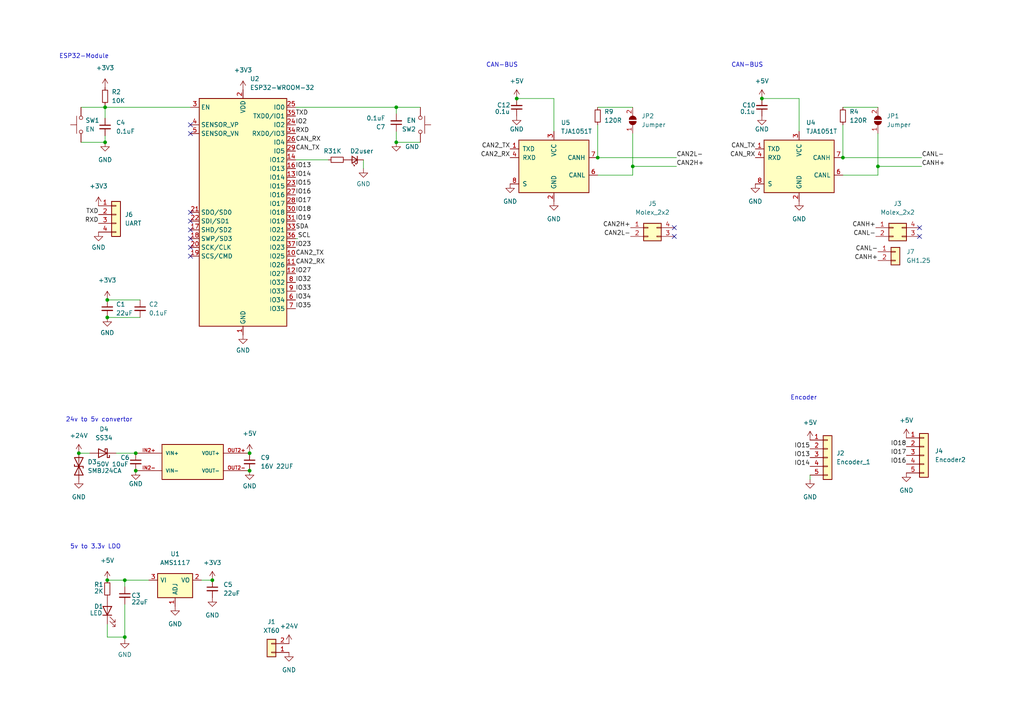
<source format=kicad_sch>
(kicad_sch (version 20211123) (generator eeschema)
  (paper "A4")
  (lib_symbols
    (symbol "Connector_Generic:Conn_01x02" (pin_names (offset 1.016) hide)
      (property "Reference" "J" (at 0 2.54 0))
      (property "Value" "Conn_01x02" (at 0 -5.08 0))
      (symbol "Conn_01x02_1_1"
        (rectangle (start -1.27 -2.413) (end 0 -2.667) (stroke (width 0.1524)))
        (rectangle (start -1.27 0.127) (end 0 -0.127) (stroke (width 0.1524)))
        (rectangle (start -1.27 1.27) (end 1.27 -3.81) (stroke (width 0.254)) (fill (type background)))
        (pin passive line (at -5.08 0 0) (length 3.81) (name "Pin_1") (number "1"))
        (pin passive line (at -5.08 -2.54 0) (length 3.81) (name "Pin_2") (number "2"))
      )
    )
    (symbol "Connector_Generic:Conn_01x04" (pin_names (offset 1.016) hide)
      (property "Reference" "J" (at 0 5.08 0))
      (property "Value" "Conn_01x04" (at 0 -7.62 0))
      (symbol "Conn_01x04_1_1"
        (rectangle (start -1.27 -4.953) (end 0 -5.207) (stroke (width 0.1524)))
        (rectangle (start -1.27 -2.413) (end 0 -2.667) (stroke (width 0.1524)))
        (rectangle (start -1.27 0.127) (end 0 -0.127) (stroke (width 0.1524)))
        (rectangle (start -1.27 2.667) (end 0 2.413) (stroke (width 0.1524)))
        (rectangle (start -1.27 3.81) (end 1.27 -6.35) (stroke (width 0.254)) (fill (type background)))
        (pin passive line (at -5.08 2.54 0) (length 3.81) (name "Pin_1") (number "1"))
        (pin passive line (at -5.08 0 0) (length 3.81) (name "Pin_2") (number "2"))
        (pin passive line (at -5.08 -2.54 0) (length 3.81) (name "Pin_3") (number "3"))
        (pin passive line (at -5.08 -5.08 0) (length 3.81) (name "Pin_4") (number "4"))
      )
    )
    (symbol "Connector_Generic:Conn_01x05" (pin_names (offset 1.016) hide)
      (property "Reference" "J" (at 0 7.62 0))
      (property "Value" "Conn_01x05" (at 0 -7.62 0))
      (symbol "Conn_01x05_1_1"
        (rectangle (start -1.27 -4.953) (end 0 -5.207) (stroke (width 0.1524)))
        (rectangle (start -1.27 -2.413) (end 0 -2.667) (stroke (width 0.1524)))
        (rectangle (start -1.27 0.127) (end 0 -0.127) (stroke (width 0.1524)))
        (rectangle (start -1.27 2.667) (end 0 2.413) (stroke (width 0.1524)))
        (rectangle (start -1.27 5.207) (end 0 4.953) (stroke (width 0.1524)))
        (rectangle (start -1.27 6.35) (end 1.27 -6.35) (stroke (width 0.254)) (fill (type background)))
        (pin passive line (at -5.08 5.08 0) (length 3.81) (name "Pin_1") (number "1"))
        (pin passive line (at -5.08 2.54 0) (length 3.81) (name "Pin_2") (number "2"))
        (pin passive line (at -5.08 0 0) (length 3.81) (name "Pin_3") (number "3"))
        (pin passive line (at -5.08 -2.54 0) (length 3.81) (name "Pin_4") (number "4"))
        (pin passive line (at -5.08 -5.08 0) (length 3.81) (name "Pin_5") (number "5"))
      )
    )
    (symbol "Connector_Generic:Conn_02x02_Counter_Clockwise" (pin_names (offset 1.016) hide)
      (property "Reference" "J" (at 1.27 2.54 0))
      (property "Value" "Conn_02x02_Counter_Clockwise" (at 1.27 -5.08 0))
      (symbol "Conn_02x02_Counter_Clockwise_1_1"
        (rectangle (start -1.27 -2.413) (end 0 -2.667) (stroke (width 0.1524)))
        (rectangle (start -1.27 0.127) (end 0 -0.127) (stroke (width 0.1524)))
        (rectangle (start -1.27 1.27) (end 3.81 -3.81) (stroke (width 0.254)) (fill (type background)))
        (rectangle (start 3.81 -2.413) (end 2.54 -2.667) (stroke (width 0.1524)))
        (rectangle (start 3.81 0.127) (end 2.54 -0.127) (stroke (width 0.1524)))
        (pin passive line (at -5.08 0 0) (length 3.81) (name "Pin_1") (number "1"))
        (pin passive line (at -5.08 -2.54 0) (length 3.81) (name "Pin_2") (number "2"))
        (pin passive line (at 7.62 -2.54 180) (length 3.81) (name "Pin_3") (number "3"))
        (pin passive line (at 7.62 0 180) (length 3.81) (name "Pin_4") (number "4"))
      )
    )
    (symbol "Device:C_Small" (pin_numbers hide) (pin_names (offset 0.254) hide)
      (property "Reference" "C" (at 0.254 1.778 0))
      (property "Value" "C_Small" (at 0.254 -2.032 0))
      (symbol "C_Small_0_1"
        (polyline (pts (xy -1.524 -0.508) (xy 1.524 -0.508)) (stroke (width 0.3302)))
        (polyline (pts (xy -1.524 0.508) (xy 1.524 0.508)) (stroke (width 0.3048)))
      )
      (symbol "C_Small_1_1"
        (pin passive line (at 0 2.54 270) (length 2.032) (name "~") (number "1"))
        (pin passive line (at 0 -2.54 90) (length 2.032) (name "~") (number "2"))
      )
    )
    (symbol "Device:D_Schottky" (pin_numbers hide) (pin_names (offset 1.016) hide)
      (property "Reference" "D" (at 0 2.54 0))
      (property "Value" "D_Schottky" (at 0 -2.54 0))
      (symbol "D_Schottky_0_1"
        (polyline (pts (xy 1.27 0) (xy -1.27 0)))
        (polyline (pts (xy 1.27 1.27) (xy 1.27 -1.27) (xy -1.27 0) (xy 1.27 1.27)) (stroke (width 0.254)))
        (polyline (pts (xy -1.905 0.635) (xy -1.905 1.27) (xy -1.27 1.27) (xy -1.27 -1.27) (xy -0.635 -1.27) (xy -0.635 -0.635)) (stroke (width 0.254)))
      )
      (symbol "D_Schottky_1_1"
        (pin passive line (at -3.81 0 0) (length 2.54) (name "K") (number "1"))
        (pin passive line (at 3.81 0 180) (length 2.54) (name "A") (number "2"))
      )
    )
    (symbol "Device:D_TVS" (pin_numbers hide) (pin_names (offset 1.016) hide)
      (property "Reference" "D" (at 0 2.54 0))
      (property "Value" "D_TVS" (at 0 -2.54 0))
      (symbol "D_TVS_0_1"
        (polyline (pts (xy 1.27 0) (xy -1.27 0)))
        (polyline (pts (xy 0.508 1.27) (xy 0 1.27) (xy 0 -1.27) (xy -0.508 -1.27)) (stroke (width 0.254)))
        (polyline (pts (xy -2.54 1.27) (xy -2.54 -1.27) (xy 2.54 1.27) (xy 2.54 -1.27) (xy -2.54 1.27)) (stroke (width 0.254)))
      )
      (symbol "D_TVS_1_1"
        (pin passive line (at -3.81 0 0) (length 2.54) (name "A1") (number "1"))
        (pin passive line (at 3.81 0 180) (length 2.54) (name "A2") (number "2"))
      )
    )
    (symbol "Device:LED" (pin_numbers hide) (pin_names (offset 1.016) hide)
      (property "Reference" "D" (at 0 2.54 0))
      (property "Value" "LED" (at 0 -2.54 0))
      (symbol "LED_0_1"
        (polyline (pts (xy -1.27 -1.27) (xy -1.27 1.27)) (stroke (width 0.254)))
        (polyline (pts (xy -1.27 0) (xy 1.27 0)))
        (polyline (pts (xy 1.27 -1.27) (xy 1.27 1.27) (xy -1.27 0) (xy 1.27 -1.27)) (stroke (width 0.254)))
        (polyline (pts (xy -3.048 -0.762) (xy -4.572 -2.286) (xy -3.81 -2.286) (xy -4.572 -2.286) (xy -4.572 -1.524)))
        (polyline (pts (xy -1.778 -0.762) (xy -3.302 -2.286) (xy -2.54 -2.286) (xy -3.302 -2.286) (xy -3.302 -1.524)))
      )
      (symbol "LED_1_1"
        (pin passive line (at -3.81 0 0) (length 2.54) (name "K") (number "1"))
        (pin passive line (at 3.81 0 180) (length 2.54) (name "A") (number "2"))
      )
    )
    (symbol "Device:LED_Small" (pin_numbers hide) (pin_names (offset 0.254) hide)
      (property "Reference" "D" (at -1.27 3.175 0))
      (property "Value" "LED_Small" (at -4.445 -2.54 0))
      (symbol "LED_Small_0_1"
        (polyline (pts (xy -0.762 -1.016) (xy -0.762 1.016)) (stroke (width 0.254)))
        (polyline (pts (xy 1.016 0) (xy -0.762 0)))
        (polyline (pts (xy 0.762 -1.016) (xy -0.762 0) (xy 0.762 1.016) (xy 0.762 -1.016)) (stroke (width 0.254)))
        (polyline (pts (xy 0 0.762) (xy -0.508 1.27) (xy -0.254 1.27) (xy -0.508 1.27) (xy -0.508 1.016)))
        (polyline (pts (xy 0.508 1.27) (xy 0 1.778) (xy 0.254 1.778) (xy 0 1.778) (xy 0 1.524)))
      )
      (symbol "LED_Small_1_1"
        (pin passive line (at -2.54 0 0) (length 1.778) (name "K") (number "1"))
        (pin passive line (at 2.54 0 180) (length 1.778) (name "A") (number "2"))
      )
    )
    (symbol "Device:R_Small" (pin_numbers hide) (pin_names (offset 0.254) hide)
      (property "Reference" "R" (at 0.762 0.508 0))
      (property "Value" "R_Small" (at 0.762 -1.016 0))
      (symbol "R_Small_0_1"
        (rectangle (start -0.762 1.778) (end 0.762 -1.778) (stroke (width 0.2032)))
      )
      (symbol "R_Small_1_1"
        (pin passive line (at 0 2.54 270) (length 0.762) (name "~") (number "1"))
        (pin passive line (at 0 -2.54 90) (length 0.762) (name "~") (number "2"))
      )
    )
    (symbol "Interface_CAN_LIN:TJA1051T" (pin_names (offset 1.016))
      (property "Reference" "U" (at -10.16 8.89 0))
      (property "Value" "TJA1051T" (at 1.27 8.89 0))
      (symbol "TJA1051T_0_1"
        (rectangle (start -10.16 7.62) (end 10.16 -7.62) (stroke (width 0.254)) (fill (type background)))
      )
      (symbol "TJA1051T_1_1"
        (pin input line (at -12.7 5.08 0) (length 2.54) (name "TXD") (number "1"))
        (pin power_in line (at 0 -10.16 90) (length 2.54) (name "GND") (number "2"))
        (pin power_in line (at 0 10.16 270) (length 2.54) (name "VCC") (number "3"))
        (pin output line (at -12.7 2.54 0) (length 2.54) (name "RXD") (number "4"))
        (pin no_connect line (at -12.7 -2.54 0) (length 2.54) hide (name "n.c.") (number "5"))
        (pin bidirectional line (at 12.7 -2.54 180) (length 2.54) (name "CANL") (number "6"))
        (pin bidirectional line (at 12.7 2.54 180) (length 2.54) (name "CANH") (number "7"))
        (pin input line (at -12.7 -5.08 0) (length 2.54) (name "S") (number "8"))
      )
    )
    (symbol "Jumper:SolderJumper_2_Open" (pin_names (offset 0) hide)
      (property "Reference" "JP" (at 0 2.032 0))
      (property "Value" "SolderJumper_2_Open" (at 0 -2.54 0))
      (symbol "SolderJumper_2_Open_0_1"
        (arc (start -0.254 1.016) (mid -1.27 0) (end -0.254 -1.016))
        (arc (start -0.254 1.016) (mid -1.27 0) (end -0.254 -1.016) (fill (type outline)))
        (polyline (pts (xy -0.254 1.016) (xy -0.254 -1.016)))
        (polyline (pts (xy 0.254 1.016) (xy 0.254 -1.016)))
        (arc (start 0.254 -1.016) (mid 1.27 0) (end 0.254 1.016))
        (arc (start 0.254 -1.016) (mid 1.27 0) (end 0.254 1.016) (fill (type outline)))
      )
      (symbol "SolderJumper_2_Open_1_1"
        (pin passive line (at -3.81 0 0) (length 2.54) (name "A") (number "1"))
        (pin passive line (at 3.81 0 180) (length 2.54) (name "B") (number "2"))
      )
    )
    (symbol "PolyuRobotics:MP1584" (pin_names (offset 1.016))
      (symbol "MP1584_0_0"
        (rectangle (start -7.62 -5.08) (end 10.16 5.08) (stroke (width 0.254)) (fill (type background)))
        (pin input line (at -15.24 2.54 0) (length 7.62) (name "VIN+") (number "IN2+"))
        (pin input line (at -15.24 -2.54 0) (length 7.62) (name "VIN-") (number "IN2-"))
        (pin output line (at 17.78 2.54 180) (length 7.62) (name "VOUT+") (number "OUT2+"))
        (pin output line (at 17.78 -2.54 180) (length 7.62) (name "VOUT-") (number "OUT2-"))
      )
    )
    (symbol "RF_Module:ESP32-WROOM-32"
      (property "Reference" "U" (at -12.7 34.29 0))
      (property "Value" "ESP32-WROOM-32" (at 1.27 34.29 0))
      (symbol "ESP32-WROOM-32_0_1"
        (rectangle (start -12.7 33.02) (end 12.7 -33.02) (stroke (width 0.254)) (fill (type background)))
      )
      (symbol "ESP32-WROOM-32_1_1"
        (pin power_in line (at 0 -35.56 90) (length 2.54) (name "GND") (number "1"))
        (pin bidirectional line (at 15.24 -12.7 180) (length 2.54) (name "IO25") (number "10"))
        (pin bidirectional line (at 15.24 -15.24 180) (length 2.54) (name "IO26") (number "11"))
        (pin bidirectional line (at 15.24 -17.78 180) (length 2.54) (name "IO27") (number "12"))
        (pin bidirectional line (at 15.24 10.16 180) (length 2.54) (name "IO14") (number "13"))
        (pin bidirectional line (at 15.24 15.24 180) (length 2.54) (name "IO12") (number "14"))
        (pin passive line (at 0 -35.56 90) (length 2.54) hide (name "GND") (number "15"))
        (pin bidirectional line (at 15.24 12.7 180) (length 2.54) (name "IO13") (number "16"))
        (pin bidirectional line (at -15.24 -5.08 0) (length 2.54) (name "SHD/SD2") (number "17"))
        (pin bidirectional line (at -15.24 -7.62 0) (length 2.54) (name "SWP/SD3") (number "18"))
        (pin bidirectional line (at -15.24 -12.7 0) (length 2.54) (name "SCS/CMD") (number "19"))
        (pin power_in line (at 0 35.56 270) (length 2.54) (name "VDD") (number "2"))
        (pin bidirectional line (at -15.24 -10.16 0) (length 2.54) (name "SCK/CLK") (number "20"))
        (pin bidirectional line (at -15.24 0 0) (length 2.54) (name "SDO/SD0") (number "21"))
        (pin bidirectional line (at -15.24 -2.54 0) (length 2.54) (name "SDI/SD1") (number "22"))
        (pin bidirectional line (at 15.24 7.62 180) (length 2.54) (name "IO15") (number "23"))
        (pin bidirectional line (at 15.24 25.4 180) (length 2.54) (name "IO2") (number "24"))
        (pin bidirectional line (at 15.24 30.48 180) (length 2.54) (name "IO0") (number "25"))
        (pin bidirectional line (at 15.24 20.32 180) (length 2.54) (name "IO4") (number "26"))
        (pin bidirectional line (at 15.24 5.08 180) (length 2.54) (name "IO16") (number "27"))
        (pin bidirectional line (at 15.24 2.54 180) (length 2.54) (name "IO17") (number "28"))
        (pin bidirectional line (at 15.24 17.78 180) (length 2.54) (name "IO5") (number "29"))
        (pin input line (at -15.24 30.48 0) (length 2.54) (name "EN") (number "3"))
        (pin bidirectional line (at 15.24 0 180) (length 2.54) (name "IO18") (number "30"))
        (pin bidirectional line (at 15.24 -2.54 180) (length 2.54) (name "IO19") (number "31"))
        (pin no_connect line (at -12.7 -27.94 0) (length 2.54) hide (name "NC") (number "32"))
        (pin bidirectional line (at 15.24 -5.08 180) (length 2.54) (name "IO21") (number "33"))
        (pin bidirectional line (at 15.24 22.86 180) (length 2.54) (name "RXD0/IO3") (number "34"))
        (pin bidirectional line (at 15.24 27.94 180) (length 2.54) (name "TXD0/IO1") (number "35"))
        (pin bidirectional line (at 15.24 -7.62 180) (length 2.54) (name "IO22") (number "36"))
        (pin bidirectional line (at 15.24 -10.16 180) (length 2.54) (name "IO23") (number "37"))
        (pin passive line (at 0 -35.56 90) (length 2.54) hide (name "GND") (number "38"))
        (pin passive line (at 0 -35.56 90) (length 2.54) hide (name "GND") (number "39"))
        (pin input line (at -15.24 25.4 0) (length 2.54) (name "SENSOR_VP") (number "4"))
        (pin input line (at -15.24 22.86 0) (length 2.54) (name "SENSOR_VN") (number "5"))
        (pin input line (at 15.24 -25.4 180) (length 2.54) (name "IO34") (number "6"))
        (pin input line (at 15.24 -27.94 180) (length 2.54) (name "IO35") (number "7"))
        (pin bidirectional line (at 15.24 -20.32 180) (length 2.54) (name "IO32") (number "8"))
        (pin bidirectional line (at 15.24 -22.86 180) (length 2.54) (name "IO33") (number "9"))
      )
    )
    (symbol "Regulator_Linear:AMS1117" (pin_names (offset 0.762))
      (property "Reference" "U" (at -3.81 3.175 0))
      (property "Value" "AMS1117" (at 0 3.175 0))
      (symbol "AMS1117_0_1"
        (rectangle (start -5.08 -5.08) (end 5.08 1.905) (stroke (width 0.254)) (fill (type background)))
      )
      (symbol "AMS1117_1_1"
        (pin input line (at 0 -7.62 90) (length 2.54) (name "ADJ") (number "1"))
        (pin power_out line (at 7.62 0 180) (length 2.54) (name "VO") (number "2"))
        (pin power_in line (at -7.62 0 0) (length 2.54) (name "VI") (number "3"))
      )
    )
    (symbol "Switch:SW_Push" (pin_numbers hide) (pin_names (offset 1.016) hide)
      (property "Reference" "SW" (at 1.27 2.54 0))
      (property "Value" "SW_Push" (at 0 -1.524 0))
      (symbol "SW_Push_0_1"
        (circle (center -2.032 0) (radius 0.508))
        (polyline (pts (xy 0 1.27) (xy 0 3.048)))
        (polyline (pts (xy 2.54 1.27) (xy -2.54 1.27)))
        (circle (center 2.032 0) (radius 0.508))
        (pin passive line (at -5.08 0 0) (length 2.54) (name "1") (number "1"))
        (pin passive line (at 5.08 0 180) (length 2.54) (name "2") (number "2"))
      )
    )
    (symbol "power:+24V" (power) (pin_names (offset 0))
      (property "Value" "+24V" (at 0 3.556 0))
      (symbol "+24V_0_1"
        (polyline (pts (xy -0.762 1.27) (xy 0 2.54)))
        (polyline (pts (xy 0 0) (xy 0 2.54)))
        (polyline (pts (xy 0 2.54) (xy 0.762 1.27)))
      )
      (symbol "+24V_1_1"
        (pin power_in line (at 0 0 90) (length 0) hide (name "+24V") (number "1"))
      )
    )
    (symbol "power:+3.3V" (power) (pin_names (offset 0))
      (property "Value" "+3.3V" (at 0 3.556 0))
      (symbol "+3.3V_0_1"
        (polyline (pts (xy -0.762 1.27) (xy 0 2.54)))
        (polyline (pts (xy 0 0) (xy 0 2.54)))
        (polyline (pts (xy 0 2.54) (xy 0.762 1.27)))
      )
      (symbol "+3.3V_1_1"
        (pin power_in line (at 0 0 90) (length 0) hide (name "+3V3") (number "1"))
      )
    )
    (symbol "power:+5V" (power) (pin_names (offset 0))
      (property "Value" "+5V" (at 0 3.556 0))
      (symbol "+5V_0_1"
        (polyline (pts (xy -0.762 1.27) (xy 0 2.54)))
        (polyline (pts (xy 0 0) (xy 0 2.54)))
        (polyline (pts (xy 0 2.54) (xy 0.762 1.27)))
      )
      (symbol "+5V_1_1"
        (pin power_in line (at 0 0 90) (length 0) hide (name "+5V") (number "1"))
      )
    )
    (symbol "power:GND" (power) (pin_names (offset 0))
      (property "Value" "GND" (at 0 -3.81 0))
      (symbol "GND_0_1"
        (polyline (pts (xy 0 0) (xy 0 -1.27) (xy 1.27 -1.27) (xy 0 -2.54) (xy -1.27 -1.27) (xy 0 -1.27)))
      )
      (symbol "GND_1_1"
        (pin power_in line (at 0 0 270) (length 0) hide (name "GND") (number "1"))
      )
    )
  )
  (junction (at 183.515 48.26))
  (junction (at 22.86 131.445))
  (junction (at 31.115 168.275))
  (junction (at 114.935 41.275))
  (junction (at 36.195 168.275))
  (junction (at 244.475 45.72))
  (junction (at 114.935 31.115))
  (junction (at 254.635 48.26))
  (junction (at 39.37 136.525))
  (junction (at 31.115 92.075))
  (junction (at 31.115 86.995))
  (junction (at 173.355 45.72))
  (junction (at 61.595 168.275))
  (junction (at 220.98 28.575))
  (junction (at 72.39 131.445))
  (junction (at 39.37 131.445))
  (junction (at 72.39 136.525))
  (junction (at 36.195 184.785))
  (junction (at 30.48 41.275))
  (junction (at 30.48 31.115))
  (junction (at 149.86 28.575))
  (no_connect (at 55.245 38.735))
  (no_connect (at 55.245 36.195))
  (no_connect (at 195.58 66.04))
  (no_connect (at 195.58 68.58))
  (no_connect (at 266.7 66.04))
  (no_connect (at 266.7 68.58))
  (no_connect (at 55.245 64.135))
  (no_connect (at 55.245 66.675))
  (no_connect (at 55.245 61.595))
  (no_connect (at 55.245 69.215))
  (no_connect (at 55.245 74.295))
  (no_connect (at 55.245 71.755))
  (wire (pts (xy 30.48 39.37) (xy 30.48 41.275)))
  (wire (pts (xy 196.215 45.72) (xy 173.355 45.72)))
  (wire (pts (xy 267.335 45.72) (xy 244.475 45.72)))
  (wire (pts (xy 121.92 31.115) (xy 114.935 31.115)))
  (wire (pts (xy 23.495 41.275) (xy 30.48 41.275)))
  (wire (pts (xy 173.355 50.8) (xy 183.515 50.8)))
  (wire (pts (xy 196.215 48.26) (xy 183.515 48.26)))
  (wire (pts (xy 86.36 69.215) (xy 85.725 69.215)))
  (wire (pts (xy 85.725 31.115) (xy 114.935 31.115)))
  (wire (pts (xy 55.245 31.115) (xy 30.48 31.115)))
  (wire (pts (xy 121.92 41.275) (xy 114.935 41.275)))
  (wire (pts (xy 183.515 31.115) (xy 173.355 31.115)))
  (wire (pts (xy 31.115 184.785) (xy 31.115 180.975)))
  (wire (pts (xy 31.115 92.075) (xy 40.64 92.075)))
  (wire (pts (xy 183.515 50.8) (xy 183.515 48.26)))
  (wire (pts (xy 105.41 48.895) (xy 105.41 46.355)))
  (wire (pts (xy 254.635 50.8) (xy 254.635 48.26)))
  (wire (pts (xy 234.95 137.795) (xy 234.95 139.065)))
  (wire (pts (xy 244.475 36.195) (xy 244.475 45.72)))
  (wire (pts (xy 254.635 38.735) (xy 254.635 48.26)))
  (wire (pts (xy 160.655 28.575) (xy 160.655 38.1)))
  (wire (pts (xy 61.595 168.275) (xy 58.42 168.275)))
  (wire (pts (xy 114.935 33.02) (xy 114.935 31.115)))
  (wire (pts (xy 36.195 170.18) (xy 36.195 168.275)))
  (wire (pts (xy 22.86 131.445) (xy 26.035 131.445)))
  (wire (pts (xy 267.335 48.26) (xy 254.635 48.26)))
  (wire (pts (xy 31.115 168.275) (xy 36.195 168.275)))
  (wire (pts (xy 33.655 131.445) (xy 39.37 131.445)))
  (wire (pts (xy 30.48 34.29) (xy 30.48 31.115)))
  (wire (pts (xy 30.48 30.48) (xy 30.48 31.115)))
  (wire (pts (xy 23.495 31.115) (xy 30.48 31.115)))
  (wire (pts (xy 36.195 168.275) (xy 43.18 168.275)))
  (wire (pts (xy 160.655 28.575) (xy 149.86 28.575)))
  (wire (pts (xy 36.195 184.785) (xy 31.115 184.785)))
  (wire (pts (xy 31.115 86.995) (xy 40.64 86.995)))
  (wire (pts (xy 231.775 28.575) (xy 220.98 28.575)))
  (wire (pts (xy 36.195 175.26) (xy 36.195 184.785)))
  (wire (pts (xy 95.25 46.355) (xy 85.725 46.355)))
  (wire (pts (xy 183.515 38.735) (xy 183.515 48.26)))
  (wire (pts (xy 36.195 185.42) (xy 36.195 184.785)))
  (wire (pts (xy 231.775 28.575) (xy 231.775 38.1)))
  (wire (pts (xy 114.935 38.1) (xy 114.935 41.275)))
  (wire (pts (xy 173.355 36.195) (xy 173.355 45.72)))
  (wire (pts (xy 244.475 50.8) (xy 254.635 50.8)))
  (wire (pts (xy 254.635 31.115) (xy 244.475 31.115)))
  (text "5v to 3.3v LDO\n" (at 20.32 159.385 0) (effects (font (size 1.27 1.27)) (justify left bottom)))
  (text "ESP32-Module" (at 17.145 17.145 0) (effects (font (size 1.27 1.27)) (justify left bottom)))
  (text "CAN-BUS\n" (at 212.09 19.685 0) (effects (font (size 1.27 1.27)) (justify left bottom)))
  (text "Encoder\n" (at 229.235 116.205 0) (effects (font (size 1.27 1.27)) (justify left bottom)))
  (text "CAN-BUS\n" (at 140.97 19.685 0) (effects (font (size 1.27 1.27)) (justify left bottom)))
  (text "24v to 5v convertor " (at 19.05 122.555 0) (effects (font (size 1.27 1.27)) (justify left bottom)))
  (label "CAN2_RX" (at 85.725 76.835 0))
  (label "IO14" (at 234.95 135.255 180))
  (label "IO19" (at 85.725 64.135 0))
  (label "RXD" (at 85.725 38.735 0))
  (label "CANH+" (at 254 66.04 180))
  (label "CANL-" (at 254 68.58 180))
  (label "SDA" (at 85.725 66.675 0))
  (label "SCL" (at 86.36 69.215 0))
  (label "IO32" (at 85.725 81.915 0))
  (label "CAN2_RX" (at 147.955 45.72 180))
  (label "IO14" (at 85.725 51.435 0))
  (label "RXD" (at 28.575 64.77 180))
  (label "CAN2_TX" (at 85.725 74.295 0))
  (label "CAN2_TX" (at 147.955 43.18 180))
  (label "TXD" (at 28.575 62.23 180))
  (label "IO33" (at 85.725 84.455 0))
  (label "CAN2H+" (at 182.88 66.04 180))
  (label "IO35" (at 85.725 89.535 0))
  (label "CAN_RX" (at 85.725 41.275 0))
  (label "CAN_RX" (at 219.075 45.72 180))
  (label "CAN_TX" (at 219.075 43.18 180))
  (label "IO17" (at 262.89 132.08 180))
  (label "CAN2L-" (at 182.88 68.58 180))
  (label "IO16" (at 85.725 56.515 0))
  (label "CANH+" (at 254.635 75.565 180))
  (label "IO2" (at 85.725 36.195 0))
  (label "CANL-" (at 254.635 73.025 180))
  (label "IO13" (at 234.95 132.715 180))
  (label "IO18" (at 262.89 129.54 180))
  (label "IO15" (at 234.95 130.175 180))
  (label "CANL-" (at 267.335 45.72 0))
  (label "CAN_TX" (at 85.725 43.815 0))
  (label "TXD" (at 85.725 33.655 0))
  (label "IO13" (at 85.725 48.895 0))
  (label "IO34" (at 85.725 86.995 0))
  (label "CAN2L-" (at 196.215 45.72 0))
  (label "IO27" (at 85.725 79.375 0))
  (label "IO23" (at 85.725 71.755 0))
  (label "CAN2H+" (at 196.215 48.26 0))
  (label "IO17" (at 85.725 59.055 0))
  (label "CANH+" (at 267.335 48.26 0))
  (label "IO18" (at 85.725 61.595 0))
  (label "IO15" (at 85.725 53.975 0))
  (label "IO16" (at 262.89 134.62 180))
  (symbol (lib_id "Connector_Generic:Conn_01x02") (at 259.715 73.025 0) (unit 1)
    (property "Reference" "J7" (at 262.89 73.0249 0) (effects (justify left)))
    (property "Value" "GH1.25" (at 262.89 75.5649 0) (effects (justify left)))
    (property "Footprint" "Connector_JST:JST_GH_BM02B-GHS-TBT_1x02-1MP_P1.25mm_Vertical" (effects hide))
  )
  (symbol (lib_id "power:+5V") (at 31.115 168.275 0) (unit 1)
    (property "Reference" "#PWR0118" (effects hide))
    (property "Value" "+5V" (at 31.115 162.56 0))
  )
  (symbol (lib_id "Device:R_Small") (at 244.475 33.655 0) (unit 1)
    (property "Reference" "R4" (at 246.38 32.3849 0) (effects (justify left)))
    (property "Value" "120R" (at 246.38 34.9249 0) (effects (justify left)))
    (property "Footprint" "Resistor_SMD:R_0805_2012Metric_Pad1.20x1.40mm_HandSolder" (effects hide))
  )
  (symbol (lib_id "Interface_CAN_LIN:TJA1051T") (at 160.655 48.26 0) (unit 1)
    (property "Reference" "U5" (at 162.6744 35.56 0) (effects (justify left)))
    (property "Value" "TJA1051T" (at 162.6744 38.1 0) (effects (justify left)))
    (property "Footprint" "Package_SO:SOIC-8_3.9x4.9mm_P1.27mm" (effects hide))
    (property "Datasheet" "http://www.nxp.com/documents/data_sheet/TJA1051.pdf" (effects hide))
  )
  (symbol (lib_id "Jumper:SolderJumper_2_Open") (at 183.515 34.925 90) (unit 1)
    (property "Reference" "JP2" (at 186.055 33.6549 90) (effects (justify right)))
    (property "Value" "Jumper" (at 186.055 36.1949 90) (effects (justify right)))
    (property "Footprint" "Jumper:SolderJumper-2_P1.3mm_Open_Pad1.0x1.5mm" (effects hide))
  )
  (symbol (lib_id "Device:C_Small") (at 36.195 172.72 0) (unit 1)
    (property "Reference" "C3" (at 38.1 172.72 0) (effects (justify left)))
    (property "Value" "22uF" (at 38.1 174.625 0) (effects (justify left)))
    (property "Footprint" "Capacitor_SMD:C_0805_2012Metric" (effects hide))
  )
  (symbol (lib_id "power:GND") (at 219.075 53.34 0) (unit 1)
    (property "Reference" "#PWR0135" (effects hide))
    (property "Value" "GND" (at 219.075 58.42 0))
  )
  (symbol (lib_id "power:GND") (at 61.595 173.355 0) (unit 1)
    (property "Reference" "#PWR0107" (effects hide))
    (property "Value" "GND" (at 61.595 178.435 0))
  )
  (symbol (lib_id "power:GND") (at 114.935 41.275 0) (unit 1)
    (property "Reference" "#PWR0125" (effects hide))
    (property "Value" "GND" (at 117.475 42.5449 0) (effects (justify left)))
  )
  (symbol (lib_id "Device:C_Small") (at 114.935 35.56 180) (unit 1)
    (property "Reference" "C7" (at 111.76 36.8238 0) (effects (justify left)))
    (property "Value" "0.1uF" (at 111.76 34.2838 0) (effects (justify left)))
    (property "Footprint" "Capacitor_SMD:C_0805_2012Metric" (effects hide))
  )
  (symbol (lib_id "Connector_Generic:Conn_01x05") (at 267.97 132.08 0) (unit 1)
    (property "Reference" "J4" (at 271.145 130.8099 0) (effects (justify left)))
    (property "Value" "Encoder2" (at 271.145 133.3499 0) (effects (justify left)))
    (property "Footprint" "Connector_PinHeader_2.54mm:PinHeader_1x05_P2.54mm_Vertical" (effects hide))
  )
  (symbol (lib_id "Switch:SW_Push") (at 121.92 36.195 270) (unit 1)
    (property "Reference" "SW2" (at 120.65 37.4651 90) (effects (justify right)))
    (property "Value" "EN" (at 120.65 34.9251 90) (effects (justify right)))
    (property "Footprint" "Button_Switch_SMD:SW_SPST_TL3342" (effects hide))
  )
  (symbol (lib_id "power:GND") (at 70.485 97.155 0) (unit 1)
    (property "Reference" "#PWR0115" (effects hide))
    (property "Value" "GND" (at 70.485 101.6 0))
  )
  (symbol (lib_id "Device:C_Small") (at 30.48 36.83 0) (unit 1)
    (property "Reference" "C4" (at 33.655 35.5662 0) (effects (justify left)))
    (property "Value" "0.1uF" (at 33.655 38.1062 0) (effects (justify left)))
    (property "Footprint" "Capacitor_SMD:C_0805_2012Metric" (effects hide))
  )
  (symbol (lib_id "power:+3.3V") (at 31.115 86.995 0) (unit 1)
    (property "Reference" "#PWR0117" (effects hide))
    (property "Value" "+3.3V" (at 31.115 81.28 0))
  )
  (symbol (lib_id "power:GND") (at 83.82 189.23 0) (unit 1)
    (property "Reference" "#PWR0132" (effects hide))
    (property "Value" "GND" (at 83.82 194.31 0))
  )
  (symbol (lib_id "Device:R_Small") (at 97.79 46.355 90) (unit 1)
    (property "Reference" "R3" (at 96.5199 43.815 90) (effects (justify left)))
    (property "Value" "1K" (at 99.0599 43.815 90) (effects (justify left)))
    (property "Footprint" "Resistor_SMD:R_0805_2012Metric_Pad1.20x1.40mm_HandSolder" (effects hide))
  )
  (symbol (lib_id "Connector_Generic:Conn_01x05") (at 240.03 132.715 0) (unit 1)
    (property "Reference" "J2" (at 242.57 131.4449 0) (effects (justify left)))
    (property "Value" "Encoder_1" (at 242.57 133.9849 0) (effects (justify left)))
    (property "Footprint" "Connector_PinHeader_2.54mm:PinHeader_1x05_P2.54mm_Vertical" (effects hide))
  )
  (symbol (lib_id "Device:LED_Small") (at 102.87 46.355 180) (unit 1)
    (property "Reference" "D2" (at 101.5364 43.815 0) (effects (justify right)))
    (property "Value" "user" (at 104.0764 43.815 0) (effects (justify right)))
    (property "Footprint" "LED_SMD:LED_0805_2012Metric" (effects hide))
  )
  (symbol (lib_id "power:+5V") (at 234.95 127.635 0) (unit 1)
    (property "Reference" "#PWR0122" (effects hide))
    (property "Value" "+5V" (at 234.95 122.555 0))
  )
  (symbol (lib_id "power:GND") (at 160.655 58.42 0) (unit 1)
    (property "Reference" "#PWR0133" (effects hide))
    (property "Value" "GND" (at 160.655 63.5 0))
  )
  (symbol (lib_id "Connector_Generic:Conn_01x02") (at 78.74 189.23 180) (unit 1)
    (property "Reference" "J1" (at 78.74 180.34 0))
    (property "Value" "XT60" (at 78.74 182.88 0))
    (property "Footprint" "Connector_AMASS:AMASS_XT30U-M_1x02_P5.0mm_Vertical" (effects hide))
  )
  (symbol (lib_id "PolyuRobotics:MP1584") (at 54.61 133.985 0) (unit 1)
    (property "Reference" "U3" (effects hide))
    (property "Value" "MP1584" (effects hide))
    (property "Footprint" "PolyuRobotics:DC-DC-mp1584_module" (effects hide))
  )
  (symbol (lib_id "power:GND") (at 262.89 137.16 0) (unit 1)
    (property "Reference" "#PWR0127" (effects hide))
    (property "Value" "GND" (at 262.89 142.24 0))
  )
  (symbol (lib_id "Interface_CAN_LIN:TJA1051T") (at 231.775 48.26 0) (unit 1)
    (property "Reference" "U4" (at 233.7944 35.56 0) (effects (justify left)))
    (property "Value" "TJA1051T" (at 233.7944 38.1 0) (effects (justify left)))
    (property "Footprint" "Package_SO:SOIC-8_3.9x4.9mm_P1.27mm" (effects hide))
    (property "Datasheet" "http://www.nxp.com/documents/data_sheet/TJA1051.pdf" (effects hide))
  )
  (symbol (lib_id "power:GND") (at 72.39 136.525 0) (unit 1)
    (property "Reference" "#PWR0129" (effects hide))
    (property "Value" "GND" (at 72.39 140.97 0))
  )
  (symbol (lib_id "RF_Module:ESP32-WROOM-32") (at 70.485 61.595 0) (unit 1)
    (property "Reference" "U2" (at 72.5044 22.86 0) (effects (justify left)))
    (property "Value" "ESP32-WROOM-32" (at 72.5044 25.4 0) (effects (justify left)))
    (property "Footprint" "RF_Module:ESP32-WROOM-32" (effects hide))
    (property "Datasheet" "https://www.espressif.com/sites/default/files/documentation/esp32-wroom-32_datasheet_en.pdf" (effects hide))
  )
  (symbol (lib_id "power:+5V") (at 72.39 131.445 0) (unit 1)
    (property "Reference" "#PWR0128" (effects hide))
    (property "Value" "+5V" (at 72.39 125.73 0))
  )
  (symbol (lib_id "Device:C_Small") (at 39.37 133.985 0) (unit 1)
    (property "Reference" "C6" (at 34.925 132.715 0) (effects (justify left)))
    (property "Value" "50V 10uF" (at 27.94 134.62 0) (effects (justify left)))
    (property "Footprint" "Capacitor_SMD:CP_Elec_6.3x7.7" (effects hide))
  )
  (symbol (lib_id "power:GND") (at 220.98 33.655 0) (unit 1)
    (property "Reference" "#PWR0137" (effects hide))
    (property "Value" "GND" (at 220.98 37.465 0))
  )
  (symbol (lib_id "power:+24V") (at 83.82 186.69 0) (unit 1)
    (property "Reference" "#PWR0130" (effects hide))
    (property "Value" "+24V" (at 83.82 181.61 0))
  )
  (symbol (lib_id "power:GND") (at 36.195 185.42 0) (unit 1)
    (property "Reference" "#PWR0113" (effects hide))
    (property "Value" "GND" (at 36.195 189.865 0))
  )
  (symbol (lib_id "power:GND") (at 50.8 175.895 0) (unit 1)
    (property "Reference" "#PWR0105" (effects hide))
    (property "Value" "GND" (at 50.8 180.975 0))
  )
  (symbol (lib_id "Connector_Generic:Conn_02x02_Counter_Clockwise") (at 259.08 66.04 0) (unit 1)
    (property "Reference" "J3" (at 260.35 59.055 0))
    (property "Value" "Molex_2x2" (at 260.35 61.595 0))
    (property "Footprint" "Connector_Molex:Molex_Micro-Fit_3.0_43045-0412_2x02_P3.00mm_Vertical" (effects hide))
  )
  (symbol (lib_id "power:GND") (at 39.37 136.525 0) (unit 1)
    (property "Reference" "#PWR0101" (effects hide))
    (property "Value" "GND" (at 39.37 140.335 0))
  )
  (symbol (lib_id "Switch:SW_Push") (at 23.495 36.195 90) (unit 1)
    (property "Reference" "SW1" (at 24.765 34.9249 90) (effects (justify right)))
    (property "Value" "EN" (at 24.765 37.4649 90) (effects (justify right)))
    (property "Footprint" "Button_Switch_SMD:SW_SPST_TL3342" (effects hide))
  )
  (symbol (lib_id "Regulator_Linear:AMS1117") (at 50.8 168.275 0) (unit 1)
    (property "Reference" "U1" (at 50.8 160.655 0))
    (property "Value" "AMS1117" (at 50.8 163.195 0))
    (property "Footprint" "Package_TO_SOT_SMD:SOT-223-3_TabPin2" (effects hide))
    (property "Datasheet" "http://www.advanced-monolithic.com/pdf/ds1117.pdf" (effects hide))
  )
  (symbol (lib_id "Device:C_Small") (at 61.595 170.815 0) (unit 1)
    (property "Reference" "C5" (at 64.77 169.5512 0) (effects (justify left)))
    (property "Value" "22uF" (at 64.77 172.0912 0) (effects (justify left)))
    (property "Footprint" "Capacitor_SMD:C_0805_2012Metric" (effects hide))
  )
  (symbol (lib_id "power:+3.3V") (at 28.575 59.69 0) (unit 1)
    (property "Reference" "#PWR0109" (effects hide))
    (property "Value" "+3.3V" (at 28.575 53.975 0))
  )
  (symbol (lib_id "power:GND") (at 105.41 48.895 0) (unit 1)
    (property "Reference" "#PWR0124" (effects hide))
    (property "Value" "GND" (at 105.41 53.34 0))
  )
  (symbol (lib_id "power:+5V") (at 149.86 28.575 0) (unit 1)
    (property "Reference" "#PWR0111" (effects hide))
    (property "Value" "+5V" (at 149.86 23.495 0))
  )
  (symbol (lib_id "Device:R_Small") (at 173.355 33.655 0) (unit 1)
    (property "Reference" "R9" (at 175.26 32.3849 0) (effects (justify left)))
    (property "Value" "120R" (at 175.26 34.9249 0) (effects (justify left)))
    (property "Footprint" "Resistor_SMD:R_0805_2012Metric_Pad1.20x1.40mm_HandSolder" (effects hide))
  )
  (symbol (lib_id "power:GND") (at 30.48 41.275 0) (unit 1)
    (property "Reference" "#PWR0121" (effects hide))
    (property "Value" "GND" (at 30.48 46.355 0))
  )
  (symbol (lib_id "power:GND") (at 149.86 33.655 0) (unit 1)
    (property "Reference" "#PWR0112" (effects hide))
    (property "Value" "GND" (at 149.86 37.465 0))
  )
  (symbol (lib_id "Device:R_Small") (at 30.48 27.94 0) (unit 1)
    (property "Reference" "R2" (at 32.385 26.6699 0) (effects (justify left)))
    (property "Value" "10K" (at 32.385 29.2099 0) (effects (justify left)))
    (property "Footprint" "Resistor_SMD:R_0805_2012Metric_Pad1.20x1.40mm_HandSolder" (effects hide))
  )
  (symbol (lib_id "Connector_Generic:Conn_02x02_Counter_Clockwise") (at 187.96 66.04 0) (unit 1)
    (property "Reference" "J5" (at 189.23 59.055 0))
    (property "Value" "Molex_2x2" (at 189.23 61.595 0))
    (property "Footprint" "Connector_Molex:Molex_Micro-Fit_3.0_43045-0412_2x02_P3.00mm_Vertical" (effects hide))
  )
  (symbol (lib_id "power:+5V") (at 262.89 127 0) (unit 1)
    (property "Reference" "#PWR0126" (effects hide))
    (property "Value" "+5V" (at 262.89 121.92 0))
  )
  (symbol (lib_id "power:GND") (at 147.955 53.34 0) (unit 1)
    (property "Reference" "#PWR0131" (effects hide))
    (property "Value" "GND" (at 147.955 58.42 0))
  )
  (symbol (lib_id "power:+3.3V") (at 70.485 26.035 0) (unit 1)
    (property "Reference" "#PWR0120" (effects hide))
    (property "Value" "+3.3V" (at 70.485 20.32 0))
  )
  (symbol (lib_id "power:+5V") (at 220.98 28.575 0) (unit 1)
    (property "Reference" "#PWR0134" (effects hide))
    (property "Value" "+5V" (at 220.98 23.495 0))
  )
  (symbol (lib_id "power:GND") (at 234.95 139.065 0) (unit 1)
    (property "Reference" "#PWR0123" (effects hide))
    (property "Value" "GND" (at 234.95 144.145 0))
  )
  (symbol (lib_id "Jumper:SolderJumper_2_Open") (at 254.635 34.925 90) (unit 1)
    (property "Reference" "JP1" (at 257.175 33.6549 90) (effects (justify right)))
    (property "Value" "Jumper" (at 257.175 36.1949 90) (effects (justify right)))
    (property "Footprint" "Jumper:SolderJumper-2_P1.3mm_Open_Pad1.0x1.5mm" (effects hide))
  )
  (symbol (lib_id "power:+24V") (at 22.86 131.445 0) (unit 1)
    (property "Reference" "#PWR0104" (effects hide))
    (property "Value" "+24V" (at 22.86 126.365 0))
  )
  (symbol (lib_id "Device:C_Small") (at 31.115 89.535 0) (unit 1)
    (property "Reference" "C1" (at 33.655 88.2712 0) (effects (justify left)))
    (property "Value" "22uF" (at 33.655 90.8112 0) (effects (justify left)))
    (property "Footprint" "Capacitor_SMD:C_0805_2012Metric" (effects hide))
  )
  (symbol (lib_id "Connector_Generic:Conn_01x04") (at 33.655 62.23 0) (unit 1)
    (property "Reference" "J6" (at 36.195 62.2299 0) (effects (justify left)))
    (property "Value" "UART" (at 36.195 64.7699 0) (effects (justify left)))
    (property "Footprint" "Connector_PinSocket_2.54mm:PinSocket_1x04_P2.54mm_Vertical" (effects hide))
  )
  (symbol (lib_id "Device:LED") (at 31.115 177.165 90) (unit 1)
    (property "Reference" "D1" (at 27.305 175.895 90) (effects (justify right)))
    (property "Value" "LED" (at 26.035 177.8 90) (effects (justify right)))
    (property "Footprint" "LED_SMD:LED_0805_2012Metric_Pad1.15x1.40mm_HandSolder" (effects hide))
  )
  (symbol (lib_id "Device:D_Schottky") (at 29.845 131.445 180) (unit 1)
    (property "Reference" "D4" (at 30.1625 124.46 0))
    (property "Value" "SS34" (at 30.1625 127 0))
    (property "Footprint" "Diode_SMD:D_SMB" (effects hide))
  )
  (symbol (lib_id "power:GND") (at 22.86 139.065 0) (unit 1)
    (property "Reference" "#PWR0108" (effects hide))
    (property "Value" "GND" (at 22.86 144.145 0))
  )
  (symbol (lib_id "power:+3.3V") (at 30.48 25.4 0) (unit 1)
    (property "Reference" "#PWR0119" (effects hide))
    (property "Value" "+3.3V" (at 30.48 19.685 0))
  )
  (symbol (lib_id "power:GND") (at 231.775 58.42 0) (unit 1)
    (property "Reference" "#PWR0138" (effects hide))
    (property "Value" "GND" (at 231.775 63.5 0))
  )
  (symbol (lib_id "power:GND") (at 31.115 92.075 0) (unit 1)
    (property "Reference" "#PWR0116" (effects hide))
    (property "Value" "GND" (at 31.115 96.52 0))
  )
  (symbol (lib_id "power:+3.3V") (at 61.595 168.275 0) (unit 1)
    (property "Reference" "#PWR0106" (effects hide))
    (property "Value" "+3.3V" (at 61.595 163.195 0))
  )
  (symbol (lib_id "Device:D_TVS") (at 22.86 135.255 90) (unit 1)
    (property "Reference" "D3" (at 25.4 133.9849 90) (effects (justify right)))
    (property "Value" "SMBJ24CA" (at 25.4 136.5249 90) (effects (justify right)))
    (property "Footprint" "Diode_SMD:D_SMB" (effects hide))
  )
  (symbol (lib_id "Device:C_Small") (at 72.39 133.985 0) (unit 1)
    (property "Reference" "C9" (at 75.565 132.7212 0) (effects (justify left)))
    (property "Value" "16V 22UF" (at 75.565 135.2612 0) (effects (justify left)))
    (property "Footprint" "Capacitor_SMD:CP_Elec_6.3x7.7" (effects hide))
  )
  (symbol (lib_id "Device:C_Small") (at 149.86 31.115 180) (unit 1)
    (property "Reference" "C12" (at 144.145 30.48 0) (effects (justify right)))
    (property "Value" "0.1u" (at 143.51 32.385 0) (effects (justify right)))
    (property "Footprint" "Capacitor_SMD:C_0805_2012Metric" (effects hide))
  )
  (symbol (lib_id "Device:C_Small") (at 40.64 89.535 0) (unit 1)
    (property "Reference" "C2" (at 43.18 88.2712 0) (effects (justify left)))
    (property "Value" "0.1uF" (at 43.18 90.8112 0) (effects (justify left)))
    (property "Footprint" "Capacitor_SMD:C_0805_2012Metric" (effects hide))
  )
  (symbol (lib_id "power:GND") (at 28.575 67.31 0) (unit 1)
    (property "Reference" "#PWR0110" (effects hide))
    (property "Value" "GND" (at 28.575 71.755 0))
  )
  (symbol (lib_id "Device:R_Small") (at 31.115 170.815 0) (unit 1)
    (property "Reference" "R1" (at 27.305 169.545 0) (effects (justify left)))
    (property "Value" "2K" (at 27.305 171.45 0) (effects (justify left)))
    (property "Footprint" "Resistor_SMD:R_0805_2012Metric_Pad1.20x1.40mm_HandSolder" (effects hide))
  )
  (symbol (lib_id "Device:C_Small") (at 220.98 31.115 180) (unit 1)
    (property "Reference" "C10" (at 215.265 30.48 0) (effects (justify right)))
    (property "Value" "0.1u" (at 214.63 32.385 0) (effects (justify right)))
    (property "Footprint" "Capacitor_SMD:C_0805_2012Metric" (effects hide))
  )
)
</source>
